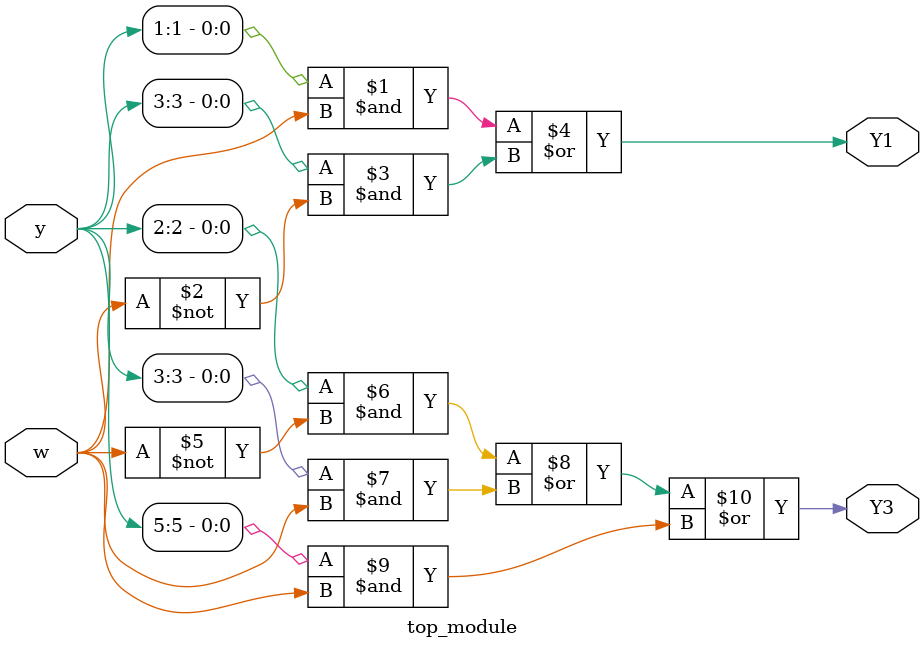
<source format=sv>
module top_module (
    input [5:0] y,
    input w,
    output Y1,
    output Y3
);

// Signal Y1 is the input to the state flip-flop y[1]
// It is 1 when the current state is B (000010) and the input is 1,
// or when the current state is D (001000) and the input is 0
assign Y1 = (y[1] & w) | (y[3] & ~w);

// Signal Y3 is the input to the state flip-flop y[3]
// It is 1 when the current state is C (000100) and the input is 0,
// or when the current state is D (001000) and the input is 1,
// or when the current state is F (100000) and the input is 1
assign Y3 = (y[2] & ~w) | (y[3] & w) | (y[5] & w);

endmodule

</source>
